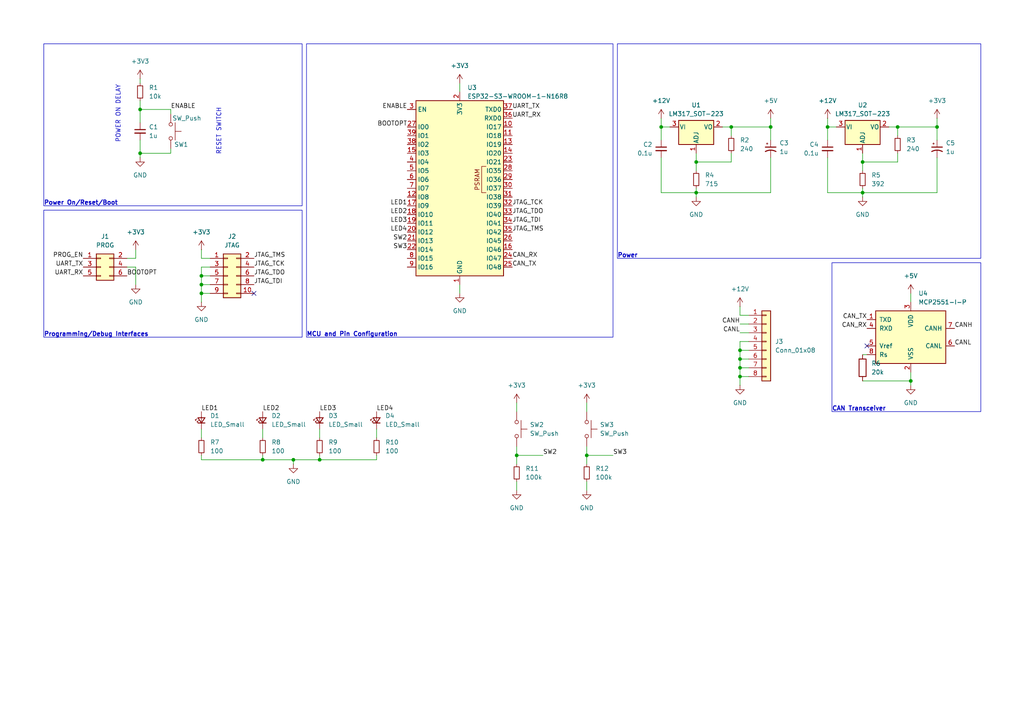
<source format=kicad_sch>
(kicad_sch (version 20231120) (generator "eeschema") (generator_version "8.0")
  (paper "A4")
  (lib_symbols
    (symbol "Connector_Generic:Conn_01x08" (pin_names (offset 1.016) hide)
      (property "Reference" "J" (at 0 10.16 0))
      (property "Value" "Conn_01x08" (at 0 -12.7 0))
      (symbol "Conn_01x08_1_1"
        (rectangle (start -1.27 -10.033) (end 0 -10.287) (stroke (width 0.1524)))
        (rectangle (start -1.27 -7.493) (end 0 -7.747) (stroke (width 0.1524)))
        (rectangle (start -1.27 -4.953) (end 0 -5.207) (stroke (width 0.1524)))
        (rectangle (start -1.27 -2.413) (end 0 -2.667) (stroke (width 0.1524)))
        (rectangle (start -1.27 0.127) (end 0 -0.127) (stroke (width 0.1524)))
        (rectangle (start -1.27 2.667) (end 0 2.413) (stroke (width 0.1524)))
        (rectangle (start -1.27 5.207) (end 0 4.953) (stroke (width 0.1524)))
        (rectangle (start -1.27 7.747) (end 0 7.493) (stroke (width 0.1524)))
        (rectangle (start -1.27 8.89) (end 1.27 -11.43) (stroke (width 0.254)) (fill (type background)))
        (pin passive line (at -5.08 7.62 0) (length 3.81) (name "Pin_1") (number "1"))
        (pin passive line (at -5.08 5.08 0) (length 3.81) (name "Pin_2") (number "2"))
        (pin passive line (at -5.08 2.54 0) (length 3.81) (name "Pin_3") (number "3"))
        (pin passive line (at -5.08 0 0) (length 3.81) (name "Pin_4") (number "4"))
        (pin passive line (at -5.08 -2.54 0) (length 3.81) (name "Pin_5") (number "5"))
        (pin passive line (at -5.08 -5.08 0) (length 3.81) (name "Pin_6") (number "6"))
        (pin passive line (at -5.08 -7.62 0) (length 3.81) (name "Pin_7") (number "7"))
        (pin passive line (at -5.08 -10.16 0) (length 3.81) (name "Pin_8") (number "8"))
      )
    )
    (symbol "Connector_Generic:Conn_02x03_Odd_Even" (pin_names (offset 1.016) hide)
      (property "Reference" "J" (at 1.27 5.08 0))
      (property "Value" "Conn_02x03_Odd_Even" (at 1.27 -5.08 0))
      (symbol "Conn_02x03_Odd_Even_1_1"
        (rectangle (start -1.27 -2.413) (end 0 -2.667) (stroke (width 0.1524)))
        (rectangle (start -1.27 0.127) (end 0 -0.127) (stroke (width 0.1524)))
        (rectangle (start -1.27 2.667) (end 0 2.413) (stroke (width 0.1524)))
        (rectangle (start -1.27 3.81) (end 3.81 -3.81) (stroke (width 0.254)) (fill (type background)))
        (rectangle (start 3.81 -2.413) (end 2.54 -2.667) (stroke (width 0.1524)))
        (rectangle (start 3.81 0.127) (end 2.54 -0.127) (stroke (width 0.1524)))
        (rectangle (start 3.81 2.667) (end 2.54 2.413) (stroke (width 0.1524)))
        (pin passive line (at -5.08 2.54 0) (length 3.81) (name "Pin_1") (number "1"))
        (pin passive line (at 7.62 2.54 180) (length 3.81) (name "Pin_2") (number "2"))
        (pin passive line (at -5.08 0 0) (length 3.81) (name "Pin_3") (number "3"))
        (pin passive line (at 7.62 0 180) (length 3.81) (name "Pin_4") (number "4"))
        (pin passive line (at -5.08 -2.54 0) (length 3.81) (name "Pin_5") (number "5"))
        (pin passive line (at 7.62 -2.54 180) (length 3.81) (name "Pin_6") (number "6"))
      )
    )
    (symbol "Connector_Generic:Conn_02x05_Odd_Even" (pin_names (offset 1.016) hide)
      (property "Reference" "J" (at 1.27 7.62 0))
      (property "Value" "Conn_02x05_Odd_Even" (at 1.27 -7.62 0))
      (symbol "Conn_02x05_Odd_Even_1_1"
        (rectangle (start -1.27 -4.953) (end 0 -5.207) (stroke (width 0.1524)))
        (rectangle (start -1.27 -2.413) (end 0 -2.667) (stroke (width 0.1524)))
        (rectangle (start -1.27 0.127) (end 0 -0.127) (stroke (width 0.1524)))
        (rectangle (start -1.27 2.667) (end 0 2.413) (stroke (width 0.1524)))
        (rectangle (start -1.27 5.207) (end 0 4.953) (stroke (width 0.1524)))
        (rectangle (start -1.27 6.35) (end 3.81 -6.35) (stroke (width 0.254)) (fill (type background)))
        (rectangle (start 3.81 -4.953) (end 2.54 -5.207) (stroke (width 0.1524)))
        (rectangle (start 3.81 -2.413) (end 2.54 -2.667) (stroke (width 0.1524)))
        (rectangle (start 3.81 0.127) (end 2.54 -0.127) (stroke (width 0.1524)))
        (rectangle (start 3.81 2.667) (end 2.54 2.413) (stroke (width 0.1524)))
        (rectangle (start 3.81 5.207) (end 2.54 4.953) (stroke (width 0.1524)))
        (pin passive line (at -5.08 5.08 0) (length 3.81) (name "Pin_1") (number "1"))
        (pin passive line (at 7.62 -5.08 180) (length 3.81) (name "Pin_10") (number "10"))
        (pin passive line (at 7.62 5.08 180) (length 3.81) (name "Pin_2") (number "2"))
        (pin passive line (at -5.08 2.54 0) (length 3.81) (name "Pin_3") (number "3"))
        (pin passive line (at 7.62 2.54 180) (length 3.81) (name "Pin_4") (number "4"))
        (pin passive line (at -5.08 0 0) (length 3.81) (name "Pin_5") (number "5"))
        (pin passive line (at 7.62 0 180) (length 3.81) (name "Pin_6") (number "6"))
        (pin passive line (at -5.08 -2.54 0) (length 3.81) (name "Pin_7") (number "7"))
        (pin passive line (at 7.62 -2.54 180) (length 3.81) (name "Pin_8") (number "8"))
        (pin passive line (at -5.08 -5.08 0) (length 3.81) (name "Pin_9") (number "9"))
      )
    )
    (symbol "Device:C_Polarized_Small_US" (pin_numbers hide) (pin_names (offset 0.254) hide)
      (property "Reference" "C" (at 0.254 1.778 0))
      (property "Value" "C_Polarized_Small_US" (at 0.254 -2.032 0))
      (symbol "C_Polarized_Small_US_0_1"
        (polyline (pts (xy -1.524 0.508) (xy 1.524 0.508)) (stroke (width 0.3048)))
        (polyline (pts (xy -1.27 1.524) (xy -0.762 1.524)))
        (polyline (pts (xy -1.016 1.27) (xy -1.016 1.778)))
        (arc (start 1.524 -0.762) (mid 0 -0.3734) (end -1.524 -0.762) (stroke (width 0.3048)))
      )
      (symbol "C_Polarized_Small_US_1_1"
        (pin passive line (at 0 2.54 270) (length 2.032) (name "~") (number "1"))
        (pin passive line (at 0 -2.54 90) (length 2.032) (name "~") (number "2"))
      )
    )
    (symbol "Device:C_Small" (pin_numbers hide) (pin_names (offset 0.254) hide)
      (property "Reference" "C" (at 0.254 1.778 0))
      (property "Value" "C_Small" (at 0.254 -2.032 0))
      (symbol "C_Small_0_1"
        (polyline (pts (xy -1.524 -0.508) (xy 1.524 -0.508)) (stroke (width 0.3302)))
        (polyline (pts (xy -1.524 0.508) (xy 1.524 0.508)) (stroke (width 0.3048)))
      )
      (symbol "C_Small_1_1"
        (pin passive line (at 0 2.54 270) (length 2.032) (name "~") (number "1"))
        (pin passive line (at 0 -2.54 90) (length 2.032) (name "~") (number "2"))
      )
    )
    (symbol "Device:LED_Small" (pin_numbers hide) (pin_names (offset 0.254) hide)
      (property "Reference" "D" (at -1.27 3.175 0))
      (property "Value" "LED_Small" (at -4.445 -2.54 0))
      (symbol "LED_Small_0_1"
        (polyline (pts (xy -0.762 -1.016) (xy -0.762 1.016)) (stroke (width 0.254)))
        (polyline (pts (xy 1.016 0) (xy -0.762 0)))
        (polyline (pts (xy 0.762 -1.016) (xy -0.762 0) (xy 0.762 1.016) (xy 0.762 -1.016)) (stroke (width 0.254)))
        (polyline (pts (xy 0 0.762) (xy -0.508 1.27) (xy -0.254 1.27) (xy -0.508 1.27) (xy -0.508 1.016)))
        (polyline (pts (xy 0.508 1.27) (xy 0 1.778) (xy 0.254 1.778) (xy 0 1.778) (xy 0 1.524)))
      )
      (symbol "LED_Small_1_1"
        (pin passive line (at -2.54 0 0) (length 1.778) (name "K") (number "1"))
        (pin passive line (at 2.54 0 180) (length 1.778) (name "A") (number "2"))
      )
    )
    (symbol "Device:R" (pin_numbers hide) (pin_names (offset 0))
      (property "Reference" "R" (at 2.032 0 90))
      (property "Value" "R" (at 0 0 90))
      (symbol "R_0_1"
        (rectangle (start -1.016 -2.54) (end 1.016 2.54) (stroke (width 0.254)))
      )
      (symbol "R_1_1"
        (pin passive line (at 0 3.81 270) (length 1.27) (name "~") (number "1"))
        (pin passive line (at 0 -3.81 90) (length 1.27) (name "~") (number "2"))
      )
    )
    (symbol "Device:R_Small" (pin_numbers hide) (pin_names (offset 0.254) hide)
      (property "Reference" "R" (at 0.762 0.508 0))
      (property "Value" "R_Small" (at 0.762 -1.016 0))
      (symbol "R_Small_0_1"
        (rectangle (start -0.762 1.778) (end 0.762 -1.778) (stroke (width 0.2032)))
      )
      (symbol "R_Small_1_1"
        (pin passive line (at 0 2.54 270) (length 0.762) (name "~") (number "1"))
        (pin passive line (at 0 -2.54 90) (length 0.762) (name "~") (number "2"))
      )
    )
    (symbol "Interface_CAN_LIN:MCP2551-I-P" (pin_names (offset 1.016))
      (property "Reference" "U" (at -10.16 8.89 0))
      (property "Value" "MCP2551-I-P" (at 2.54 8.89 0))
      (symbol "MCP2551-I-P_0_1"
        (rectangle (start -10.16 7.62) (end 10.16 -7.62) (stroke (width 0.254)) (fill (type background)))
      )
      (symbol "MCP2551-I-P_1_1"
        (pin input line (at -12.7 5.08 0) (length 2.54) (name "TXD") (number "1"))
        (pin power_in line (at 0 -10.16 90) (length 2.54) (name "VSS") (number "2"))
        (pin power_in line (at 0 10.16 270) (length 2.54) (name "VDD") (number "3"))
        (pin output line (at -12.7 2.54 0) (length 2.54) (name "RXD") (number "4"))
        (pin power_out line (at -12.7 -2.54 0) (length 2.54) (name "Vref") (number "5"))
        (pin bidirectional line (at 12.7 -2.54 180) (length 2.54) (name "CANL") (number "6"))
        (pin bidirectional line (at 12.7 2.54 180) (length 2.54) (name "CANH") (number "7"))
        (pin input line (at -12.7 -5.08 0) (length 2.54) (name "Rs") (number "8"))
      )
    )
    (symbol "RF_Module:ESP32-S3-WROOM-1"
      (property "Reference" "U" (at -12.7 26.67 0))
      (property "Value" "ESP32-S3-WROOM-1" (at 12.7 26.67 0))
      (symbol "ESP32-S3-WROOM-1_0_0"
        (rectangle (start -12.7 25.4) (end 12.7 -25.4) (stroke (width 0.254)) (fill (type background)))
        (text "PSRAM" (at 5.08 2.54 900) (effects (font (size 1.27 1.27))))
      )
      (symbol "ESP32-S3-WROOM-1_0_1"
        (polyline (pts (xy 7.62 -1.27) (xy 6.35 -1.27) (xy 6.35 6.35) (xy 7.62 6.35)))
      )
      (symbol "ESP32-S3-WROOM-1_1_1"
        (pin power_in line (at 0 -27.94 90) (length 2.54) (name "GND") (number "1"))
        (pin bidirectional line (at 15.24 17.78 180) (length 2.54) (name "IO17") (number "10"))
        (pin bidirectional line (at 15.24 15.24 180) (length 2.54) (name "IO18") (number "11"))
        (pin bidirectional line (at -15.24 -2.54 0) (length 2.54) (name "IO8") (number "12"))
        (pin bidirectional line (at 15.24 12.7 180) (length 2.54) (name "IO19") (number "13"))
        (pin bidirectional line (at 15.24 10.16 180) (length 2.54) (name "IO20") (number "14"))
        (pin bidirectional line (at -15.24 10.16 0) (length 2.54) (name "IO3") (number "15"))
        (pin bidirectional line (at 15.24 -17.78 180) (length 2.54) (name "IO46") (number "16"))
        (pin bidirectional line (at -15.24 -5.08 0) (length 2.54) (name "IO9") (number "17"))
        (pin bidirectional line (at -15.24 -7.62 0) (length 2.54) (name "IO10") (number "18"))
        (pin bidirectional line (at -15.24 -10.16 0) (length 2.54) (name "IO11") (number "19"))
        (pin power_in line (at 0 27.94 270) (length 2.54) (name "3V3") (number "2"))
        (pin bidirectional line (at -15.24 -12.7 0) (length 2.54) (name "IO12") (number "20"))
        (pin bidirectional line (at -15.24 -15.24 0) (length 2.54) (name "IO13") (number "21"))
        (pin bidirectional line (at -15.24 -17.78 0) (length 2.54) (name "IO14") (number "22"))
        (pin bidirectional line (at 15.24 7.62 180) (length 2.54) (name "IO21") (number "23"))
        (pin bidirectional line (at 15.24 -20.32 180) (length 2.54) (name "IO47") (number "24"))
        (pin bidirectional line (at 15.24 -22.86 180) (length 2.54) (name "IO48") (number "25"))
        (pin bidirectional line (at 15.24 -15.24 180) (length 2.54) (name "IO45") (number "26"))
        (pin bidirectional line (at -15.24 17.78 0) (length 2.54) (name "IO0") (number "27"))
        (pin bidirectional line (at 15.24 5.08 180) (length 2.54) (name "IO35") (number "28"))
        (pin bidirectional line (at 15.24 2.54 180) (length 2.54) (name "IO36") (number "29"))
        (pin input line (at -15.24 22.86 0) (length 2.54) (name "EN") (number "3"))
        (pin bidirectional line (at 15.24 0 180) (length 2.54) (name "IO37") (number "30"))
        (pin bidirectional line (at 15.24 -2.54 180) (length 2.54) (name "IO38") (number "31"))
        (pin bidirectional line (at 15.24 -5.08 180) (length 2.54) (name "IO39") (number "32"))
        (pin bidirectional line (at 15.24 -7.62 180) (length 2.54) (name "IO40") (number "33"))
        (pin bidirectional line (at 15.24 -10.16 180) (length 2.54) (name "IO41") (number "34"))
        (pin bidirectional line (at 15.24 -12.7 180) (length 2.54) (name "IO42") (number "35"))
        (pin bidirectional line (at 15.24 20.32 180) (length 2.54) (name "RXD0") (number "36"))
        (pin bidirectional line (at 15.24 22.86 180) (length 2.54) (name "TXD0") (number "37"))
        (pin bidirectional line (at -15.24 12.7 0) (length 2.54) (name "IO2") (number "38"))
        (pin bidirectional line (at -15.24 15.24 0) (length 2.54) (name "IO1") (number "39"))
        (pin bidirectional line (at -15.24 7.62 0) (length 2.54) (name "IO4") (number "4"))
        (pin passive line (at 0 -27.94 90) (length 2.54) hide (name "GND") (number "40"))
        (pin passive line (at 0 -27.94 90) (length 2.54) hide (name "GND") (number "41"))
        (pin bidirectional line (at -15.24 5.08 0) (length 2.54) (name "IO5") (number "5"))
        (pin bidirectional line (at -15.24 2.54 0) (length 2.54) (name "IO6") (number "6"))
        (pin bidirectional line (at -15.24 0 0) (length 2.54) (name "IO7") (number "7"))
        (pin bidirectional line (at -15.24 -20.32 0) (length 2.54) (name "IO15") (number "8"))
        (pin bidirectional line (at -15.24 -22.86 0) (length 2.54) (name "IO16") (number "9"))
      )
    )
    (symbol "Regulator_Linear:LM317_SOT-223" (pin_names (offset 0.254))
      (property "Reference" "U" (at -3.81 3.175 0))
      (property "Value" "LM317_SOT-223" (at 0 3.175 0))
      (symbol "LM317_SOT-223_0_1"
        (rectangle (start -5.08 1.905) (end 5.08 -5.08) (stroke (width 0.254)) (fill (type background)))
      )
      (symbol "LM317_SOT-223_1_1"
        (pin input line (at 0 -7.62 90) (length 2.54) (name "ADJ") (number "1"))
        (pin power_out line (at 7.62 0 180) (length 2.54) (name "VO") (number "2"))
        (pin power_in line (at -7.62 0 0) (length 2.54) (name "VI") (number "3"))
      )
    )
    (symbol "Switch:SW_Push" (pin_numbers hide) (pin_names (offset 1.016) hide)
      (property "Reference" "SW" (at 1.27 2.54 0))
      (property "Value" "SW_Push" (at 0 -1.524 0))
      (symbol "SW_Push_0_1"
        (circle (center -2.032 0) (radius 0.508))
        (polyline (pts (xy 0 1.27) (xy 0 3.048)))
        (polyline (pts (xy 2.54 1.27) (xy -2.54 1.27)))
        (circle (center 2.032 0) (radius 0.508))
        (pin passive line (at -5.08 0 0) (length 2.54) (name "1") (number "1"))
        (pin passive line (at 5.08 0 180) (length 2.54) (name "2") (number "2"))
      )
    )
    (symbol "power:+12V" (power) (pin_numbers hide) (pin_names (offset 0) hide)
      (property "Value" "+12V" (at 0 3.556 0))
      (symbol "+12V_0_1"
        (polyline (pts (xy -0.762 1.27) (xy 0 2.54)))
        (polyline (pts (xy 0 0) (xy 0 2.54)))
        (polyline (pts (xy 0 2.54) (xy 0.762 1.27)))
      )
      (symbol "+12V_1_1"
        (pin power_in line (at 0 0 90) (length 0) (name "~") (number "1"))
      )
    )
    (symbol "power:+3V3" (power) (pin_numbers hide) (pin_names (offset 0) hide)
      (property "Value" "+3V3" (at 0 3.556 0))
      (symbol "+3V3_0_1"
        (polyline (pts (xy -0.762 1.27) (xy 0 2.54)))
        (polyline (pts (xy 0 0) (xy 0 2.54)))
        (polyline (pts (xy 0 2.54) (xy 0.762 1.27)))
      )
      (symbol "+3V3_1_1"
        (pin power_in line (at 0 0 90) (length 0) (name "~") (number "1"))
      )
    )
    (symbol "power:+5V" (power) (pin_numbers hide) (pin_names (offset 0) hide)
      (property "Value" "+5V" (at 0 3.556 0))
      (symbol "+5V_0_1"
        (polyline (pts (xy -0.762 1.27) (xy 0 2.54)))
        (polyline (pts (xy 0 0) (xy 0 2.54)))
        (polyline (pts (xy 0 2.54) (xy 0.762 1.27)))
      )
      (symbol "+5V_1_1"
        (pin power_in line (at 0 0 90) (length 0) (name "~") (number "1"))
      )
    )
    (symbol "power:GND" (power) (pin_numbers hide) (pin_names (offset 0) hide)
      (property "Value" "GND" (at 0 -3.81 0))
      (symbol "GND_0_1"
        (polyline (pts (xy 0 0) (xy 0 -1.27) (xy 1.27 -1.27) (xy 0 -2.54) (xy -1.27 -1.27) (xy 0 -1.27)))
      )
      (symbol "GND_1_1"
        (pin power_in line (at 0 0 270) (length 0) (name "~") (number "1"))
      )
    )
  )
  (junction (at 264.16 110.49))
  (junction (at 76.2 133.35))
  (junction (at 250.19 55.88))
  (junction (at 149.86 132.08))
  (junction (at 260.35 36.83))
  (junction (at 240.03 36.83))
  (junction (at 223.52 36.83))
  (junction (at 40.64 44.45))
  (junction (at 58.42 85.09))
  (junction (at 191.77 36.83))
  (junction (at 58.42 82.55))
  (junction (at 201.93 55.88))
  (junction (at 201.93 46.99))
  (junction (at 40.64 31.75))
  (junction (at 214.63 109.22))
  (junction (at 92.71 133.35))
  (junction (at 212.09 36.83))
  (junction (at 250.19 46.99))
  (junction (at 85.09 133.35))
  (junction (at 58.42 80.01))
  (junction (at 214.63 104.14))
  (junction (at 271.78 36.83))
  (junction (at 214.63 101.6))
  (junction (at 214.63 106.68))
  (junction (at 170.18 132.08))
  (no_connect (at 73.66 85.09))
  (no_connect (at 251.46 100.33))
  (wire (pts (xy 250.19 110.49) (xy 264.16 110.49)))
  (wire (pts (xy 60.96 77.47) (xy 58.42 77.47)))
  (wire (pts (xy 58.42 124.46) (xy 58.42 127)))
  (wire (pts (xy 223.52 45.72) (xy 223.52 55.88)))
  (wire (pts (xy 92.71 133.35) (xy 85.09 133.35)))
  (wire (pts (xy 39.37 77.47) (xy 39.37 82.55)))
  (wire (pts (xy 271.78 34.29) (xy 271.78 36.83)))
  (wire (pts (xy 58.42 77.47) (xy 58.42 80.01)))
  (wire (pts (xy 223.52 40.64) (xy 223.52 36.83)))
  (wire (pts (xy 49.53 31.75) (xy 40.64 31.75)))
  (wire (pts (xy 201.93 46.99) (xy 201.93 49.53)))
  (wire (pts (xy 40.64 22.86) (xy 40.64 24.13)))
  (wire (pts (xy 271.78 36.83) (xy 260.35 36.83)))
  (wire (pts (xy 260.35 36.83) (xy 257.81 36.83)))
  (wire (pts (xy 214.63 96.52) (xy 217.17 96.52)))
  (wire (pts (xy 214.63 109.22) (xy 214.63 111.76)))
  (wire (pts (xy 214.63 88.9) (xy 214.63 91.44)))
  (wire (pts (xy 170.18 139.7) (xy 170.18 142.24)))
  (wire (pts (xy 212.09 39.37) (xy 212.09 36.83)))
  (wire (pts (xy 250.19 57.15) (xy 250.19 55.88)))
  (wire (pts (xy 214.63 109.22) (xy 217.17 109.22)))
  (wire (pts (xy 40.64 31.75) (xy 40.64 35.56)))
  (wire (pts (xy 85.09 133.35) (xy 85.09 134.62)))
  (wire (pts (xy 149.86 132.08) (xy 149.86 134.62)))
  (wire (pts (xy 250.19 44.45) (xy 250.19 46.99)))
  (wire (pts (xy 60.96 85.09) (xy 58.42 85.09)))
  (wire (pts (xy 212.09 36.83) (xy 209.55 36.83)))
  (wire (pts (xy 133.35 82.55) (xy 133.35 85.09)))
  (wire (pts (xy 170.18 129.54) (xy 170.18 132.08)))
  (wire (pts (xy 92.71 124.46) (xy 92.71 127)))
  (wire (pts (xy 260.35 46.99) (xy 250.19 46.99)))
  (wire (pts (xy 109.22 133.35) (xy 92.71 133.35)))
  (wire (pts (xy 240.03 55.88) (xy 240.03 45.72)))
  (wire (pts (xy 49.53 33.02) (xy 49.53 31.75)))
  (wire (pts (xy 201.93 54.61) (xy 201.93 55.88)))
  (wire (pts (xy 250.19 55.88) (xy 240.03 55.88)))
  (wire (pts (xy 40.64 44.45) (xy 49.53 44.45)))
  (wire (pts (xy 271.78 55.88) (xy 250.19 55.88)))
  (wire (pts (xy 58.42 82.55) (xy 58.42 85.09)))
  (wire (pts (xy 149.86 116.84) (xy 149.86 119.38)))
  (wire (pts (xy 39.37 74.93) (xy 39.37 72.39)))
  (wire (pts (xy 271.78 45.72) (xy 271.78 55.88)))
  (wire (pts (xy 260.35 44.45) (xy 260.35 46.99)))
  (wire (pts (xy 170.18 132.08) (xy 170.18 134.62)))
  (wire (pts (xy 177.8 132.08) (xy 170.18 132.08)))
  (wire (pts (xy 240.03 34.29) (xy 240.03 36.83)))
  (wire (pts (xy 214.63 101.6) (xy 214.63 104.14)))
  (wire (pts (xy 214.63 91.44) (xy 217.17 91.44)))
  (wire (pts (xy 214.63 93.98) (xy 217.17 93.98)))
  (wire (pts (xy 49.53 43.18) (xy 49.53 44.45)))
  (wire (pts (xy 149.86 129.54) (xy 149.86 132.08)))
  (wire (pts (xy 264.16 110.49) (xy 264.16 111.76)))
  (wire (pts (xy 58.42 80.01) (xy 58.42 82.55)))
  (wire (pts (xy 223.52 36.83) (xy 212.09 36.83)))
  (wire (pts (xy 92.71 132.08) (xy 92.71 133.35)))
  (wire (pts (xy 157.48 132.08) (xy 149.86 132.08)))
  (wire (pts (xy 191.77 36.83) (xy 194.31 36.83)))
  (wire (pts (xy 223.52 55.88) (xy 201.93 55.88)))
  (wire (pts (xy 60.96 74.93) (xy 58.42 74.93)))
  (wire (pts (xy 214.63 99.06) (xy 214.63 101.6)))
  (wire (pts (xy 201.93 57.15) (xy 201.93 55.88)))
  (wire (pts (xy 58.42 132.08) (xy 58.42 133.35)))
  (wire (pts (xy 264.16 107.95) (xy 264.16 110.49)))
  (wire (pts (xy 76.2 124.46) (xy 76.2 127)))
  (wire (pts (xy 212.09 46.99) (xy 201.93 46.99)))
  (wire (pts (xy 214.63 104.14) (xy 214.63 106.68)))
  (wire (pts (xy 170.18 116.84) (xy 170.18 119.38)))
  (wire (pts (xy 264.16 85.09) (xy 264.16 87.63)))
  (wire (pts (xy 201.93 44.45) (xy 201.93 46.99)))
  (wire (pts (xy 58.42 74.93) (xy 58.42 72.39)))
  (wire (pts (xy 40.64 29.21) (xy 40.64 31.75)))
  (wire (pts (xy 191.77 55.88) (xy 191.77 45.72)))
  (wire (pts (xy 191.77 36.83) (xy 191.77 40.64)))
  (wire (pts (xy 76.2 132.08) (xy 76.2 133.35)))
  (wire (pts (xy 76.2 133.35) (xy 85.09 133.35)))
  (wire (pts (xy 109.22 124.46) (xy 109.22 127)))
  (wire (pts (xy 251.46 102.87) (xy 250.19 102.87)))
  (wire (pts (xy 40.64 40.64) (xy 40.64 44.45)))
  (wire (pts (xy 58.42 85.09) (xy 58.42 87.63)))
  (wire (pts (xy 217.17 99.06) (xy 214.63 99.06)))
  (wire (pts (xy 240.03 36.83) (xy 240.03 40.64)))
  (wire (pts (xy 201.93 55.88) (xy 191.77 55.88)))
  (wire (pts (xy 212.09 44.45) (xy 212.09 46.99)))
  (wire (pts (xy 214.63 101.6) (xy 217.17 101.6)))
  (wire (pts (xy 36.83 77.47) (xy 39.37 77.47)))
  (wire (pts (xy 149.86 139.7) (xy 149.86 142.24)))
  (wire (pts (xy 109.22 132.08) (xy 109.22 133.35)))
  (wire (pts (xy 240.03 36.83) (xy 242.57 36.83)))
  (wire (pts (xy 223.52 34.29) (xy 223.52 36.83)))
  (wire (pts (xy 250.19 46.99) (xy 250.19 49.53)))
  (wire (pts (xy 58.42 133.35) (xy 76.2 133.35)))
  (wire (pts (xy 58.42 80.01) (xy 60.96 80.01)))
  (wire (pts (xy 214.63 106.68) (xy 217.17 106.68)))
  (wire (pts (xy 271.78 40.64) (xy 271.78 36.83)))
  (wire (pts (xy 133.35 24.13) (xy 133.35 26.67)))
  (wire (pts (xy 214.63 104.14) (xy 217.17 104.14)))
  (wire (pts (xy 191.77 34.29) (xy 191.77 36.83)))
  (wire (pts (xy 250.19 54.61) (xy 250.19 55.88)))
  (wire (pts (xy 36.83 74.93) (xy 39.37 74.93)))
  (wire (pts (xy 214.63 106.68) (xy 214.63 109.22)))
  (wire (pts (xy 40.64 44.45) (xy 40.64 45.72)))
  (wire (pts (xy 58.42 82.55) (xy 60.96 82.55)))
  (wire (pts (xy 260.35 39.37) (xy 260.35 36.83)))
  (rectangle (start 241.3 76.2) (end 284.48 119.38))
  (rectangle (start 12.7 60.96) (end 87.63 97.79))
  (rectangle (start 12.7 12.7) (end 87.63 59.69))
  (rectangle (start 179.07 12.7) (end 284.48 74.93))
  (rectangle (start 88.9 12.7) (end 177.8 97.79))
  (text "Programming/Debug Interfaces" (at 12.7 97.79 0) (effects (font (size 1.27 1.27) (thickness 0.254) (bold yes)) (justify left bottom)))
  (text "Power" (at 179.07 74.93 0) (effects (font (size 1.27 1.27) (thickness 0.254) (bold yes)) (justify left bottom)))
  (text "Power On/Reset/Boot" (at 12.7 59.69 0) (effects (font (size 1.27 1.27) (thickness 0.254) (bold yes)) (justify left bottom)))
  (text "RESET SWITCH" (at 63.5 38.1 90) (effects (font (size 1.27 1.27))))
  (text "POWER ON DELAY" (at 34.29 33.02 90) (effects (font (size 1.27 1.27))))
  (text "MCU and Pin Configuration" (at 88.9 97.79 0) (effects (font (size 1.27 1.27) (thickness 0.254) (bold yes)) (justify left bottom)))
  (text "CAN Transceiver" (at 241.3 119.38 0) (effects (font (size 1.27 1.27) (thickness 0.254) (bold yes)) (justify left bottom)))
  (label "LED3" (at 92.71 119.38 0))
  (label "BOOTOPT" (at 118.11 36.83 180))
  (label "LED1" (at 118.11 59.69 180))
  (label "JTAG_TCK" (at 148.59 59.69 0))
  (label "ENABLE" (at 118.11 31.75 180))
  (label "UART_RX" (at 24.13 80.01 180))
  (label "JTAG_TDI" (at 148.59 64.77 0))
  (label "CAN_TX" (at 148.59 77.47 0))
  (label "SW3" (at 118.11 72.39 180))
  (label "CANL" (at 276.86 100.33 0))
  (label "JTAG_TCK" (at 73.66 77.47 0))
  (label "BOOTOPT" (at 36.83 80.01 0))
  (label "SW2" (at 118.11 69.85 180))
  (label "LED1" (at 58.42 119.38 0))
  (label "LED2" (at 118.11 62.23 180))
  (label "ENABLE" (at 49.53 31.75 0))
  (label "JTAG_TDO" (at 148.59 62.23 0))
  (label "SW2" (at 157.48 132.08 0))
  (label "JTAG_TDO" (at 73.66 80.01 0))
  (label "LED3" (at 118.11 64.77 180))
  (label "LED4" (at 109.22 119.38 0))
  (label "LED2" (at 76.2 119.38 0))
  (label "LED4" (at 118.11 67.31 180))
  (label "UART_RX" (at 148.59 34.29 0))
  (label "CAN_RX" (at 251.46 95.25 180))
  (label "UART_TX" (at 148.59 31.75 0))
  (label "PROG_EN" (at 24.13 74.93 180))
  (label "SW3" (at 177.8 132.08 0))
  (label "JTAG_TDI" (at 73.66 82.55 0))
  (label "JTAG_TMS" (at 148.59 67.31 0))
  (label "CAN_RX" (at 148.59 74.93 0))
  (label "UART_TX" (at 24.13 77.47 180))
  (label "JTAG_TMS" (at 73.66 74.93 0))
  (label "CANH" (at 276.86 95.25 0))
  (label "CANH" (at 214.63 93.98 180))
  (label "CANL" (at 214.63 96.52 180))
  (label "CAN_TX" (at 251.46 92.71 180))
  (symbol (lib_id "Device:LED_Small") (at 92.71 121.92 90) (unit 1)
    (property "Reference" "D3" (at 95.25 120.5864 90) (effects (justify right)))
    (property "Value" "LED_Small" (at 95.25 123.1264 90) (effects (justify right)))
    (property "Footprint" "LED_THT:LED_D5.0mm" (effects (hide yes)))
    (property "Description" "Light emitting diode, small symbol" (effects (hide yes)))
  )
  (symbol (lib_id "Device:R_Small") (at 170.18 137.16 0) (unit 1)
    (property "Reference" "R12" (at 172.72 135.8899 0) (effects (justify left)))
    (property "Value" "100k" (at 172.72 138.4299 0) (effects (justify left)))
    (property "Footprint" "Resistor_THT:R_Axial_DIN0207_L6.3mm_D2.5mm_P10.16mm_Horizontal" (effects (hide yes)))
    (property "Description" "Resistor, small symbol" (effects (hide yes)))
  )
  (symbol (lib_id "power:+3V3") (at 149.86 116.84 0) (unit 1)
    (property "Reference" "#PWR020" (effects (hide yes)))
    (property "Value" "+3V3" (at 149.86 111.76 0))
    (property "Description" "Power symbol creates a global label with name \"+3V3\"" (effects (hide yes)))
  )
  (symbol (lib_id "Switch:SW_Push") (at 170.18 124.46 270) (unit 1)
    (property "Reference" "SW3" (at 173.99 123.1899 90) (effects (justify left)))
    (property "Value" "SW_Push" (at 173.99 125.7299 90) (effects (justify left)))
    (property "Footprint" "Button_Switch_THT:SW_PUSH_1P1T_6x3.5mm_H4.3_APEM_MJTP1243" (effects (hide yes)))
    (property "Description" "Push button switch, generic, two pins" (effects (hide yes)))
  )
  (symbol (lib_id "power:GND") (at 201.93 57.15 0) (unit 1)
    (property "Reference" "#PWR08" (effects (hide yes)))
    (property "Value" "GND" (at 201.93 62.23 0))
    (property "Description" "Power symbol creates a global label with name \"GND\" , ground" (effects (hide yes)))
  )
  (symbol (lib_id "Interface_CAN_LIN:MCP2551-I-P") (at 264.16 97.79 0) (unit 1)
    (property "Reference" "U4" (at 266.3541 85.09 0) (effects (justify left)))
    (property "Value" "MCP2551-I-P" (at 266.3541 87.63 0) (effects (justify left)))
    (property "Footprint" "Package_DIP:DIP-8_W7.62mm" (effects (hide yes)))
    (property "Datasheet" "http://ww1.microchip.com/downloads/en/devicedoc/21667d.pdf" (effects (hide yes)))
  )
  (symbol (lib_id "power:GND") (at 250.19 57.15 0) (unit 1)
    (property "Reference" "#PWR09" (effects (hide yes)))
    (property "Value" "GND" (at 250.19 62.23 0))
    (property "Description" "Power symbol creates a global label with name \"GND\" , ground" (effects (hide yes)))
  )
  (symbol (lib_id "Device:R_Small") (at 92.71 129.54 0) (unit 1)
    (property "Reference" "R9" (at 95.25 128.2699 0) (effects (justify left)))
    (property "Value" "100" (at 95.25 130.8099 0) (effects (justify left)))
    (property "Footprint" "Resistor_THT:R_Axial_DIN0207_L6.3mm_D2.5mm_P10.16mm_Horizontal" (effects (hide yes)))
    (property "Description" "Resistor, small symbol" (effects (hide yes)))
  )
  (symbol (lib_id "Device:R_Small") (at 250.19 52.07 0) (unit 1)
    (property "Reference" "R5" (at 252.73 50.7999 0) (effects (justify left)))
    (property "Value" "392" (at 252.73 53.3399 0) (effects (justify left)))
    (property "Footprint" "Resistor_THT:R_Axial_DIN0207_L6.3mm_D2.5mm_P10.16mm_Horizontal" (effects (hide yes)))
    (property "Description" "Resistor, small symbol" (effects (hide yes)))
  )
  (symbol (lib_id "power:GND") (at 214.63 111.76 0) (unit 1)
    (property "Reference" "#PWR018" (effects (hide yes)))
    (property "Value" "GND" (at 214.63 116.84 0))
    (property "Description" "Power symbol creates a global label with name \"GND\" , ground" (effects (hide yes)))
  )
  (symbol (lib_id "power:+3V3") (at 133.35 24.13 0) (unit 1)
    (property "Reference" "#PWR02" (effects (hide yes)))
    (property "Value" "+3V3" (at 133.35 19.05 0))
    (property "Description" "Power symbol creates a global label with name \"+3V3\"" (effects (hide yes)))
  )
  (symbol (lib_id "Device:C_Small") (at 240.03 43.18 0) (unit 1)
    (property "Reference" "C4" (at 237.49 41.91 0) (effects (justify right)))
    (property "Value" "0.1u" (at 237.49 44.45 0) (effects (justify right)))
    (property "Footprint" "Capacitor_THT:C_Disc_D5.0mm_W2.5mm_P2.50mm" (effects (hide yes)))
    (property "Description" "Unpolarized capacitor, small symbol" (effects (hide yes)))
  )
  (symbol (lib_id "Device:LED_Small") (at 109.22 121.92 90) (unit 1)
    (property "Reference" "D4" (at 111.76 120.5864 90) (effects (justify right)))
    (property "Value" "LED_Small" (at 111.76 123.1264 90) (effects (justify right)))
    (property "Footprint" "LED_THT:LED_D5.0mm" (effects (hide yes)))
    (property "Description" "Light emitting diode, small symbol" (effects (hide yes)))
  )
  (symbol (lib_id "power:+12V") (at 240.03 34.29 0) (unit 1)
    (property "Reference" "#PWR05" (effects (hide yes)))
    (property "Value" "+12V" (at 240.03 29.21 0))
    (property "Description" "Power symbol creates a global label with name \"+12V\"" (effects (hide yes)))
  )
  (symbol (lib_id "power:+5V") (at 223.52 34.29 0) (unit 1)
    (property "Reference" "#PWR04" (effects (hide yes)))
    (property "Value" "+5V" (at 223.52 29.21 0))
    (property "Description" "Power symbol creates a global label with name \"+5V\"" (effects (hide yes)))
  )
  (symbol (lib_id "power:+3V3") (at 39.37 72.39 0) (unit 1)
    (property "Reference" "#PWR010" (effects (hide yes)))
    (property "Value" "+3V3" (at 39.37 67.31 0))
    (property "Description" "Power symbol creates a global label with name \"+3V3\"" (effects (hide yes)))
  )
  (symbol (lib_id "power:+12V") (at 214.63 88.9 0) (unit 1)
    (property "Reference" "#PWR017" (effects (hide yes)))
    (property "Value" "+12V" (at 214.63 83.82 0))
    (property "Description" "Power symbol creates a global label with name \"+12V\"" (effects (hide yes)))
  )
  (symbol (lib_id "Device:R_Small") (at 212.09 41.91 0) (unit 1)
    (property "Reference" "R2" (at 214.63 40.6399 0) (effects (justify left)))
    (property "Value" "240" (at 214.63 43.1799 0) (effects (justify left)))
    (property "Footprint" "Resistor_THT:R_Axial_DIN0207_L6.3mm_D2.5mm_P10.16mm_Horizontal" (effects (hide yes)))
    (property "Description" "Resistor, small symbol" (effects (hide yes)))
  )
  (symbol (lib_id "Device:R_Small") (at 109.22 129.54 0) (unit 1)
    (property "Reference" "R10" (at 111.76 128.2699 0) (effects (justify left)))
    (property "Value" "100" (at 111.76 130.8099 0) (effects (justify left)))
    (property "Footprint" "Resistor_THT:R_Axial_DIN0207_L6.3mm_D2.5mm_P10.16mm_Horizontal" (effects (hide yes)))
    (property "Description" "Resistor, small symbol" (effects (hide yes)))
  )
  (symbol (lib_id "power:+5V") (at 264.16 85.09 0) (unit 1)
    (property "Reference" "#PWR015" (effects (hide yes)))
    (property "Value" "+5V" (at 264.16 80.01 0))
  )
  (symbol (lib_id "power:+3V3") (at 40.64 22.86 0) (unit 1)
    (property "Reference" "#PWR01" (effects (hide yes)))
    (property "Value" "+3V3" (at 40.64 17.78 0))
    (property "Description" "Power symbol creates a global label with name \"+3V3\"" (effects (hide yes)))
  )
  (symbol (lib_id "Device:R_Small") (at 260.35 41.91 0) (unit 1)
    (property "Reference" "R3" (at 262.89 40.6399 0) (effects (justify left)))
    (property "Value" "240" (at 262.89 43.1799 0) (effects (justify left)))
    (property "Footprint" "Resistor_THT:R_Axial_DIN0207_L6.3mm_D2.5mm_P10.16mm_Horizontal" (effects (hide yes)))
    (property "Description" "Resistor, small symbol" (effects (hide yes)))
  )
  (symbol (lib_id "Device:LED_Small") (at 58.42 121.92 90) (unit 1)
    (property "Reference" "D1" (at 60.96 120.5864 90) (effects (justify right)))
    (property "Value" "LED_Small" (at 60.96 123.1264 90) (effects (justify right)))
    (property "Footprint" "LED_THT:LED_D5.0mm" (effects (hide yes)))
    (property "Description" "Light emitting diode, small symbol" (effects (hide yes)))
  )
  (symbol (lib_id "Device:C_Small") (at 191.77 43.18 0) (unit 1)
    (property "Reference" "C2" (at 189.23 41.91 0) (effects (justify right)))
    (property "Value" "0.1u" (at 189.23 44.45 0) (effects (justify right)))
    (property "Footprint" "Capacitor_THT:C_Disc_D5.0mm_W2.5mm_P2.50mm" (effects (hide yes)))
    (property "Description" "Unpolarized capacitor, small symbol" (effects (hide yes)))
  )
  (symbol (lib_id "Connector_Generic:Conn_02x05_Odd_Even") (at 66.04 80.01 0) (unit 1)
    (property "Reference" "J2" (at 67.31 68.58 0))
    (property "Value" "JTAG" (at 67.31 71.12 0))
    (property "Footprint" "Connector_PinSocket_2.54mm:PinSocket_2x05_P2.54mm_Vertical" (effects (hide yes)))
    (property "Description" "Generic connector, double row, 02x05, odd/even pin numbering scheme (row 1 odd numbers, row 2 even numbers), script generated (kicad-library-utils/schlib/autogen/connector/)" (effects (hide yes)))
  )
  (symbol (lib_id "Connector_Generic:Conn_02x03_Odd_Even") (at 29.21 77.47 0) (unit 1)
    (property "Reference" "J1" (at 30.48 68.58 0))
    (property "Value" "PROG" (at 30.48 71.12 0))
    (property "Footprint" "Connector_PinSocket_2.54mm:PinSocket_2x03_P2.54mm_Vertical" (effects (hide yes)))
    (property "Description" "Generic connector, double row, 02x03, odd/even pin numbering scheme (row 1 odd numbers, row 2 even numbers), script generated (kicad-library-utils/schlib/autogen/connector/)" (effects (hide yes)))
  )
  (symbol (lib_id "power:GND") (at 149.86 142.24 0) (unit 1)
    (property "Reference" "#PWR021" (effects (hide yes)))
    (property "Value" "GND" (at 149.86 147.32 0))
    (property "Description" "Power symbol creates a global label with name \"GND\" , ground" (effects (hide yes)))
  )
  (symbol (lib_id "Device:R_Small") (at 201.93 52.07 0) (unit 1)
    (property "Reference" "R4" (at 204.47 50.7999 0) (effects (justify left)))
    (property "Value" "715" (at 204.47 53.3399 0) (effects (justify left)))
    (property "Footprint" "Resistor_THT:R_Axial_DIN0207_L6.3mm_D2.5mm_P10.16mm_Horizontal" (effects (hide yes)))
    (property "Description" "Resistor, small symbol" (effects (hide yes)))
  )
  (symbol (lib_id "power:GND") (at 85.09 134.62 0) (unit 1)
    (property "Reference" "#PWR019" (effects (hide yes)))
    (property "Value" "GND" (at 85.09 139.7 0))
    (property "Description" "Power symbol creates a global label with name \"GND\" , ground" (effects (hide yes)))
  )
  (symbol (lib_id "power:GND") (at 133.35 85.09 0) (unit 1)
    (property "Reference" "#PWR013" (effects (hide yes)))
    (property "Value" "GND" (at 133.35 90.17 0))
    (property "Description" "Power symbol creates a global label with name \"GND\" , ground" (effects (hide yes)))
  )
  (symbol (lib_id "Device:R_Small") (at 76.2 129.54 0) (unit 1)
    (property "Reference" "R8" (at 78.74 128.2699 0) (effects (justify left)))
    (property "Value" "100" (at 78.74 130.8099 0) (effects (justify left)))
    (property "Footprint" "Resistor_THT:R_Axial_DIN0207_L6.3mm_D2.5mm_P10.16mm_Horizontal" (effects (hide yes)))
    (property "Description" "Resistor, small symbol" (effects (hide yes)))
  )
  (symbol (lib_id "power:GND") (at 170.18 142.24 0) (unit 1)
    (property "Reference" "#PWR023" (effects (hide yes)))
    (property "Value" "GND" (at 170.18 147.32 0))
    (property "Description" "Power symbol creates a global label with name \"GND\" , ground" (effects (hide yes)))
  )
  (symbol (lib_id "Regulator_Linear:LM317_SOT-223") (at 201.93 36.83 0) (unit 1)
    (property "Reference" "U1" (at 201.93 30.48 0))
    (property "Value" "LM317_SOT-223" (at 201.93 33.02 0))
    (property "Footprint" "Package_TO_SOT_SMD:SOT-223-3_TabPin2" (effects (hide yes)))
    (property "Datasheet" "http://www.ti.com/lit/ds/symlink/lm317.pdf" (effects (hide yes)))
    (property "Description" "1.5A 35V Adjustable Linear Regulator, SOT-223" (effects (hide yes)))
  )
  (symbol (lib_id "power:GND") (at 264.16 111.76 0) (unit 1)
    (property "Reference" "#PWR016" (effects (hide yes)))
    (property "Value" "GND" (at 264.16 116.84 0))
  )
  (symbol (lib_id "Device:C_Polarized_Small_US") (at 271.78 43.18 0) (unit 1)
    (property "Reference" "C5" (at 274.32 41.4781 0) (effects (justify left)))
    (property "Value" "1u" (at 274.32 44.0181 0) (effects (justify left)))
    (property "Footprint" "Capacitor_THT:C_Disc_D5.0mm_W2.5mm_P2.50mm" (effects (hide yes)))
    (property "Description" "Polarized capacitor, small US symbol" (effects (hide yes)))
  )
  (symbol (lib_id "Switch:SW_Push") (at 149.86 124.46 270) (unit 1)
    (property "Reference" "SW2" (at 153.67 123.1899 90) (effects (justify left)))
    (property "Value" "SW_Push" (at 153.67 125.7299 90) (effects (justify left)))
    (property "Footprint" "Button_Switch_THT:SW_PUSH_1P1T_6x3.5mm_H4.3_APEM_MJTP1243" (effects (hide yes)))
    (property "Description" "Push button switch, generic, two pins" (effects (hide yes)))
  )
  (symbol (lib_id "Device:LED_Small") (at 76.2 121.92 90) (unit 1)
    (property "Reference" "D2" (at 78.74 120.5864 90) (effects (justify right)))
    (property "Value" "LED_Small" (at 78.74 123.1264 90) (effects (justify right)))
    (property "Footprint" "LED_THT:LED_D5.0mm" (effects (hide yes)))
    (property "Description" "Light emitting diode, small symbol" (effects (hide yes)))
  )
  (symbol (lib_id "power:+3V3") (at 271.78 34.29 0) (unit 1)
    (property "Reference" "#PWR06" (effects (hide yes)))
    (property "Value" "+3V3" (at 271.78 29.21 0))
    (property "Description" "Power symbol creates a global label with name \"+3V3\"" (effects (hide yes)))
  )
  (symbol (lib_id "Device:R_Small") (at 149.86 137.16 0) (unit 1)
    (property "Reference" "R11" (at 152.4 135.8899 0) (effects (justify left)))
    (property "Value" "100k" (at 152.4 138.4299 0) (effects (justify left)))
    (property "Footprint" "Resistor_THT:R_Axial_DIN0207_L6.3mm_D2.5mm_P10.16mm_Horizontal" (effects (hide yes)))
    (property "Description" "Resistor, small symbol" (effects (hide yes)))
  )
  (symbol (lib_id "Device:C_Polarized_Small_US") (at 223.52 43.18 0) (unit 1)
    (property "Reference" "C3" (at 226.06 41.4781 0) (effects (justify left)))
    (property "Value" "1u" (at 226.06 44.0181 0) (effects (justify left)))
    (property "Footprint" "Capacitor_THT:C_Disc_D5.0mm_W2.5mm_P2.50mm" (effects (hide yes)))
    (property "Description" "Polarized capacitor, small US symbol" (effects (hide yes)))
  )
  (symbol (lib_id "Device:R_Small") (at 58.42 129.54 0) (unit 1)
    (property "Reference" "R7" (at 60.96 128.2699 0) (effects (justify left)))
    (property "Value" "100" (at 60.96 130.8099 0) (effects (justify left)))
    (property "Footprint" "Resistor_THT:R_Axial_DIN0207_L6.3mm_D2.5mm_P10.16mm_Horizontal" (effects (hide yes)))
    (property "Description" "Resistor, small symbol" (effects (hide yes)))
  )
  (symbol (lib_id "power:+12V") (at 191.77 34.29 0) (unit 1)
    (property "Reference" "#PWR03" (effects (hide yes)))
    (property "Value" "+12V" (at 191.77 29.21 0))
    (property "Description" "Power symbol creates a global label with name \"+12V\"" (effects (hide yes)))
  )
  (symbol (lib_id "power:+3V3") (at 58.42 72.39 0) (unit 1)
    (property "Reference" "#PWR011" (effects (hide yes)))
    (property "Value" "+3V3" (at 58.42 67.31 0))
    (property "Description" "Power symbol creates a global label with name \"+3V3\"" (effects (hide yes)))
  )
  (symbol (lib_id "power:+3V3") (at 170.18 116.84 0) (unit 1)
    (property "Reference" "#PWR022" (effects (hide yes)))
    (property "Value" "+3V3" (at 170.18 111.76 0))
    (property "Description" "Power symbol creates a global label with name \"+3V3\"" (effects (hide yes)))
  )
  (symbol (lib_id "Regulator_Linear:LM317_SOT-223") (at 250.19 36.83 0) (unit 1)
    (property "Reference" "U2" (at 250.19 30.48 0))
    (property "Value" "LM317_SOT-223" (at 250.19 33.02 0))
    (property "Footprint" "Package_TO_SOT_SMD:SOT-223-3_TabPin2" (effects (hide yes)))
    (property "Datasheet" "http://www.ti.com/lit/ds/symlink/lm317.pdf" (effects (hide yes)))
    (property "Description" "1.5A 35V Adjustable Linear Regulator, SOT-223" (effects (hide yes)))
  )
  (symbol (lib_id "Device:R") (at 250.19 106.68 0) (unit 1)
    (property "Reference" "R6" (at 252.73 105.41 0) (effects (justify left)))
    (property "Value" "20k" (at 252.73 107.95 0) (effects (justify left)))
    (property "Footprint" "Resistor_THT:R_Axial_DIN0207_L6.3mm_D2.5mm_P10.16mm_Horizontal" (effects (hide yes)))
  )
  (symbol (lib_id "power:GND") (at 58.42 87.63 0) (unit 1)
    (property "Reference" "#PWR014" (effects (hide yes)))
    (property "Value" "GND" (at 58.42 92.71 0))
    (property "Description" "Power symbol creates a global label with name \"GND\" , ground" (effects (hide yes)))
  )
  (symbol (lib_id "power:GND") (at 39.37 82.55 0) (unit 1)
    (property "Reference" "#PWR012" (effects (hide yes)))
    (property "Value" "GND" (at 39.37 87.63 0))
    (property "Description" "Power symbol creates a global label with name \"GND\" , ground" (effects (hide yes)))
  )
  (symbol (lib_id "Device:R_Small") (at 40.64 26.67 0) (unit 1)
    (property "Reference" "R1" (at 43.18 25.3999 0) (effects (justify left)))
    (property "Value" "10k" (at 43.18 27.9399 0) (effects (justify left)))
    (property "Footprint" "Resistor_THT:R_Axial_DIN0207_L6.3mm_D2.5mm_P10.16mm_Horizontal" (effects (hide yes)))
    (property "Description" "Resistor, small symbol" (effects (hide yes)))
  )
  (symbol (lib_id "RF_Module:ESP32-S3-WROOM-1") (at 133.35 54.61 0) (unit 1)
    (property "Reference" "U3" (at 135.5441 25.4 0) (effects (justify left)))
    (property "Value" "ESP32-S3-WROOM-1-N16R8" (at 135.5441 27.94 0) (effects (justify left)))
    (property "Footprint" "RF_Module:ESP32-S3-WROOM-1" (effects (hide yes)))
    (property "Datasheet" "https://www.espressif.com/sites/default/files/documentation/esp32-s3-wroom-1_wroom-1u_datasheet_en.pdf" (effects (hide yes)))
    (property "Description" "RF Module, ESP32-S3 SoC, Wi-Fi 802.11b/g/n, Bluetooth, BLE, 32-bit, 3.3V, onboard antenna, SMD" (effects (hide yes)))
  )
  (symbol (lib_id "Device:C_Small") (at 40.64 38.1 0) (unit 1)
    (property "Reference" "C1" (at 43.18 36.8362 0) (effects (justify left)))
    (property "Value" "1u" (at 43.18 39.3762 0) (effects (justify left)))
    (property "Footprint" "Capacitor_THT:C_Disc_D5.0mm_W2.5mm_P2.50mm" (effects (hide yes)))
    (property "Description" "Unpolarized capacitor, small symbol" (effects (hide yes)))
  )
  (symbol (lib_id "power:GND") (at 40.64 45.72 0) (unit 1)
    (property "Reference" "#PWR07" (effects (hide yes)))
    (property "Value" "GND" (at 40.64 50.8 0))
    (property "Description" "Power symbol creates a global label with name \"GND\" , ground" (effects (hide yes)))
  )
  (symbol (lib_id "Switch:SW_Push") (at 49.53 38.1 270) (unit 1)
    (property "Reference" "SW1" (at 54.61 41.91 90) (effects (justify right)))
    (property "Value" "SW_Push" (at 58.42 34.29 90) (effects (justify right)))
    (property "Footprint" "Button_Switch_THT:SW_PUSH_1P1T_6x3.5mm_H4.3_APEM_MJTP1243" (effects (hide yes)))
    (property "Description" "Push button switch, generic, two pins" (effects (hide yes)))
  )
  (symbol (lib_id "Connector_Generic:Conn_01x08") (at 222.25 99.06 0) (unit 1)
    (property "Reference" "J3" (at 224.79 99.0599 0) (effects (justify left)))
    (property "Value" "Conn_01x08" (at 224.79 101.5999 0) (effects (justify left)))
    (property "Footprint" "FBR_Footprints:TE_776280-1" (effects (hide yes)))
    (property "Description" "Generic connector, single row, 01x08, script generated (kicad-library-utils/schlib/autogen/connector/)" (effects (hide yes)))
  )
)
</source>
